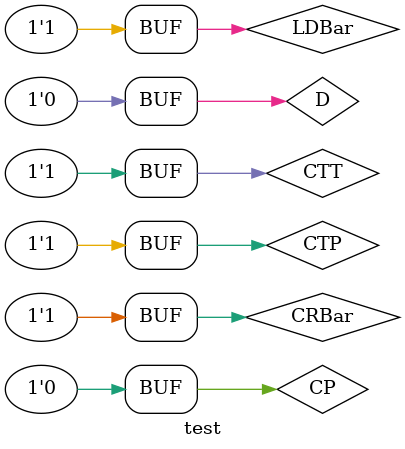
<source format=v>
`timescale 1ns / 1ps


module test;

	// Inputs
	reg CRBar;
	reg LDBar;
	reg CTP;
	reg CTT;
	reg CP;
	reg D;

	// Outputs
	wire [3:0] Q;
	wire C0;

	// Instantiate the Unit Under Test (UUT)
	My74LS161 uut (
		.CRBar(CRBar), 
		.LDBar(LDBar), 
		.CTP(CTP), 
		.CTT(CTT), 
		.CP(CP), 
		.Q(Q), 
		.C0(C0), 
		.D(D)
	);
	always begin
		CP =1;
		#50;
		CP = 0;
		#50;
	end
	initial begin
		// Initialize Inputs
		CRBar = 0;
		LDBar = 0;
		CTP = 0;
		CTT = 0;
		D = 0;
		#100;
		CRBar = 1;
		LDBar = 1;
		CTP = 0;
		CTT = 0;
		D = 4'b1100;
		#100;
		#30 CRBar = 0;
		#20 CRBar = 1;
		#10 LDBar = 0;
		#30 CTT = 1;
		CTP = 1;
		#10 LDBar = 1;
		#510 ;
		CRBar = 0;
		#20 CRBar = 1;
		#500;
        
		// Add stimulus here

	end
      
endmodule


</source>
